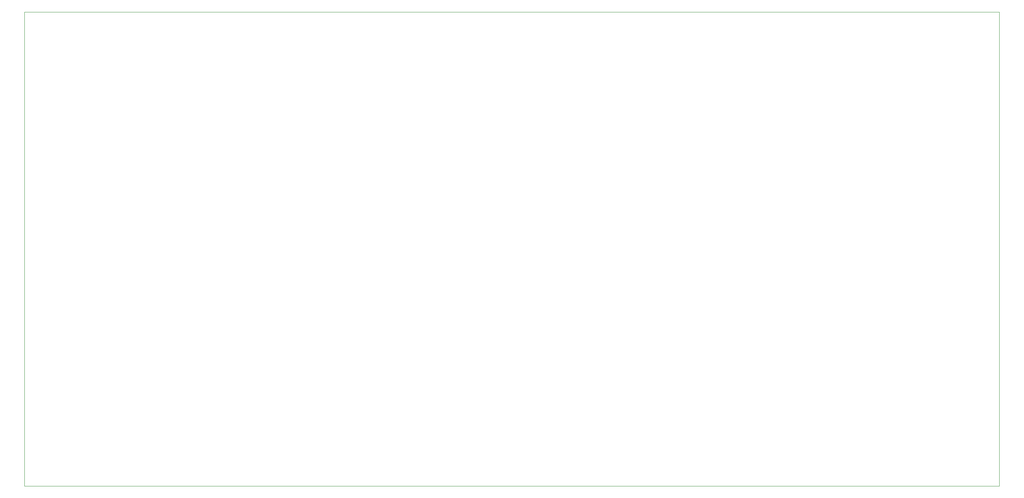
<source format=gbr>
%TF.GenerationSoftware,KiCad,Pcbnew,8.0.7*%
%TF.CreationDate,2025-03-17T18:41:30-07:00*%
%TF.ProjectId,launchController_noTemp,6c61756e-6368-4436-9f6e-74726f6c6c65,rev?*%
%TF.SameCoordinates,Original*%
%TF.FileFunction,Profile,NP*%
%FSLAX46Y46*%
G04 Gerber Fmt 4.6, Leading zero omitted, Abs format (unit mm)*
G04 Created by KiCad (PCBNEW 8.0.7) date 2025-03-17 18:41:30*
%MOMM*%
%LPD*%
G01*
G04 APERTURE LIST*
%TA.AperFunction,Profile*%
%ADD10C,0.050000*%
%TD*%
G04 APERTURE END LIST*
D10*
X96040000Y-81960000D02*
X315940000Y-81960000D01*
X315940000Y-189060000D01*
X96040000Y-189060000D01*
X96040000Y-81960000D01*
M02*

</source>
